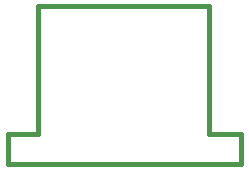
<source format=gko>
G04 (created by PCBNEW-RS274X (2012-apr-16-27)-stable) date sam. 01 juin 2013 19:50:37 CST*
G01*
G70*
G90*
%MOIN*%
G04 Gerber Fmt 3.4, Leading zero omitted, Abs format*
%FSLAX34Y34*%
G04 APERTURE LIST*
%ADD10C,0.006000*%
%ADD11C,0.015000*%
G04 APERTURE END LIST*
G54D10*
G54D11*
X59250Y-15500D02*
X59250Y-19750D01*
X60300Y-19750D02*
X59250Y-19750D01*
X60300Y-20750D02*
X60300Y-19750D01*
X52550Y-20750D02*
X60300Y-20750D01*
X52550Y-19750D02*
X52550Y-20750D01*
X53550Y-19750D02*
X52550Y-19750D01*
X53550Y-19700D02*
X53550Y-19750D01*
X53550Y-15500D02*
X53550Y-19700D01*
X59250Y-15500D02*
X53550Y-15500D01*
M02*

</source>
